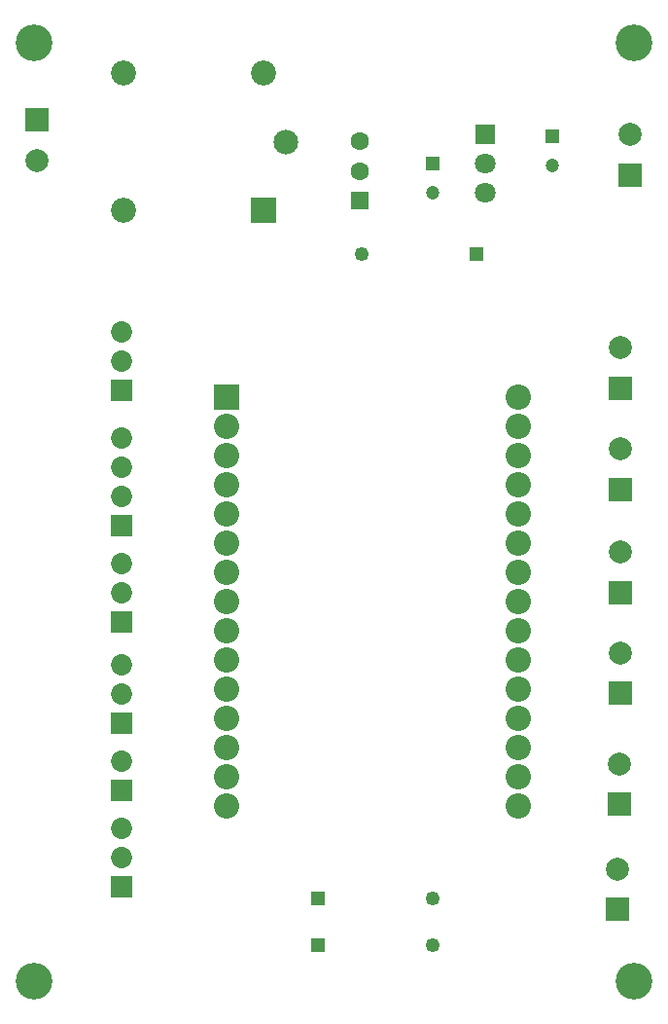
<source format=gbr>
%TF.GenerationSoftware,Altium Limited,Altium Designer,22.5.1 (42)*%
G04 Layer_Color=16711935*
%FSLAX45Y45*%
%MOMM*%
%TF.SameCoordinates,0F5D3445-5268-4BF5-932C-448DE224A770*%
%TF.FilePolarity,Negative*%
%TF.FileFunction,Soldermask,Bot*%
%TF.Part,Single*%
G01*
G75*
%TA.AperFunction,ComponentPad*%
%ADD13R,1.25000X1.25000*%
%ADD14C,1.25000*%
%ADD20R,1.20000X1.20000*%
%ADD21C,1.20000*%
%TA.AperFunction,WasherPad*%
%ADD30C,3.20320*%
%TA.AperFunction,ComponentPad*%
%ADD31C,2.00320*%
%ADD32R,2.00320X2.00320*%
%ADD33R,2.18320X2.18320*%
%ADD34C,2.13820*%
%ADD35C,2.18320*%
%TA.AperFunction,ViaPad*%
%ADD36C,2.20320*%
%TA.AperFunction,ComponentPad*%
%ADD37C,2.20320*%
%ADD38R,1.80320X1.80320*%
%ADD39C,1.80320*%
%ADD40R,1.85320X1.85320*%
%ADD41C,1.85320*%
%ADD42R,2.20320X2.20320*%
%ADD43C,1.60320*%
%ADD44R,1.60320X1.60320*%
D13*
X10020300Y9525000D02*
D03*
X8644001Y3517900D02*
D03*
Y3924300D02*
D03*
D14*
X9020300Y9525000D02*
D03*
X9643999Y3517900D02*
D03*
Y3924300D02*
D03*
D20*
X10680700Y10553700D02*
D03*
X9639300Y10312400D02*
D03*
D21*
X10680700Y10299700D02*
D03*
X9639300Y10058400D02*
D03*
D30*
X6172200Y3200400D02*
D03*
X11391900D02*
D03*
X6172200Y11366500D02*
D03*
X11391900D02*
D03*
D31*
X6194897Y10340599D02*
D03*
X11356501Y10563600D02*
D03*
X11252200Y4178300D02*
D03*
X11267603Y5089901D02*
D03*
X11277600Y7830302D02*
D03*
Y8709401D02*
D03*
Y6931401D02*
D03*
Y6057900D02*
D03*
D32*
X6194897Y10690601D02*
D03*
X11356501Y10213598D02*
D03*
X11252200Y3828298D02*
D03*
X11267603Y4739899D02*
D03*
X11277600Y7480300D02*
D03*
Y8359399D02*
D03*
Y6581399D02*
D03*
Y5707898D02*
D03*
D33*
X8166501Y9902901D02*
D03*
D34*
X8366501Y10502900D02*
D03*
D35*
X8166501Y11102899D02*
D03*
X6946499D02*
D03*
Y9902901D02*
D03*
D36*
X10388600Y5994400D02*
D03*
D37*
X10386202Y5742498D02*
D03*
X7846202Y8028498D02*
D03*
Y7774498D02*
D03*
Y7520498D02*
D03*
Y7266498D02*
D03*
Y7012498D02*
D03*
Y6758498D02*
D03*
Y6504498D02*
D03*
Y6250498D02*
D03*
Y5996498D02*
D03*
Y5742498D02*
D03*
Y5488498D02*
D03*
Y5234498D02*
D03*
Y4980498D02*
D03*
Y4726498D02*
D03*
X10386202Y8282498D02*
D03*
Y8028498D02*
D03*
Y7774498D02*
D03*
Y7520498D02*
D03*
Y7266498D02*
D03*
Y7012498D02*
D03*
Y6758498D02*
D03*
Y6504498D02*
D03*
Y6250498D02*
D03*
Y5488498D02*
D03*
Y5234498D02*
D03*
Y4980498D02*
D03*
Y4726498D02*
D03*
D38*
X10096500Y10566400D02*
D03*
D39*
Y10312400D02*
D03*
Y10058400D02*
D03*
D40*
X6931800Y4864100D02*
D03*
X6934200Y8343900D02*
D03*
X6931800Y4025900D02*
D03*
Y6324600D02*
D03*
Y5448300D02*
D03*
Y7162800D02*
D03*
D41*
Y5118100D02*
D03*
X6934200Y8851900D02*
D03*
Y8597900D02*
D03*
X6931800Y4533900D02*
D03*
Y4279900D02*
D03*
Y6832600D02*
D03*
Y6578600D02*
D03*
Y5956300D02*
D03*
Y5702300D02*
D03*
Y7924800D02*
D03*
Y7670800D02*
D03*
Y7416800D02*
D03*
D42*
X7846202Y8282498D02*
D03*
D43*
X9004300Y10248900D02*
D03*
Y10508899D02*
D03*
D44*
Y9988901D02*
D03*
%TF.MD5,62bd599c3745b5ae79307e4242b6704a*%
M02*

</source>
